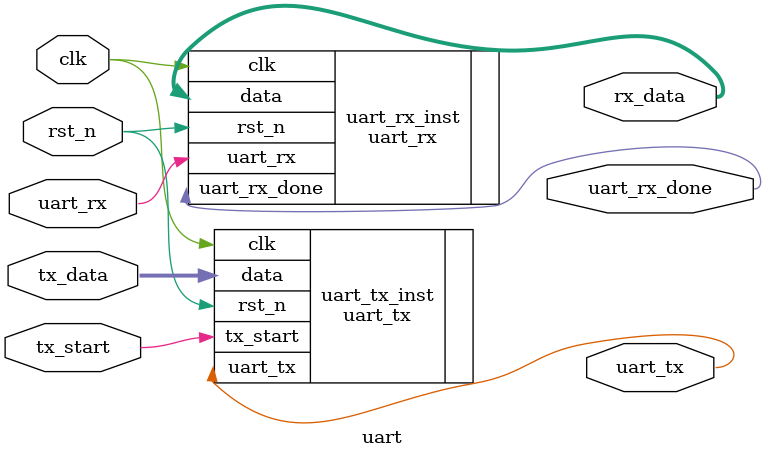
<source format=v>

module uart(
	input clk,
	input rst_n,
	input uart_rx,
	output uart_tx,
	output [7:0] rx_data,
	output uart_rx_done,
	input [7:0] tx_data,
	input tx_start
);
wire [7:0] rx_data;
//wire [7:0] tx_data;
//wire uart_rx_done;
//wire tx_start;

// invoke uart_rx module
uart_rx uart_rx_inst(
	.clk(clk),
	.rst_n(rst_n),
	.uart_rx(uart_rx),
	.uart_rx_done(uart_rx_done),
	.data(rx_data)
);

uart_tx uart_tx_inst(
	.clk(clk), 
	.rst_n(rst_n),
	.uart_tx(uart_tx), 
	.data(tx_data),
	.tx_start(tx_start)
);

endmodule
</source>
